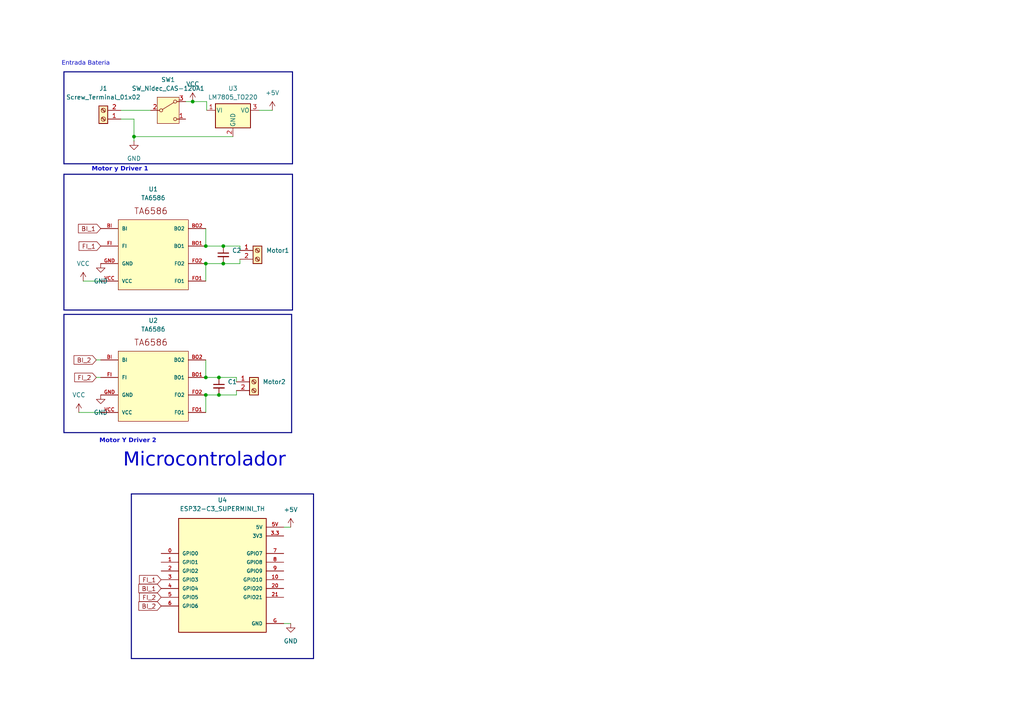
<source format=kicad_sch>
(kicad_sch (version 20250114) (generator "eeschema") (generator_version "9.0")
  (paper "A4")
  (lib_symbols
    (symbol "Connector:Screw_Terminal_01x02" (pin_names (offset 1.016) (hide yes))
      (property "Reference" "J" (at 0 2.54 0))
      (property "Value" "Screw_Terminal_01x02" (at 0 -5.08 0))
      (symbol "Screw_Terminal_01x02_1_1"
        (rectangle (start -1.27 1.27) (end 1.27 -3.81) (stroke (width 0.254)) (fill (type background)))
        (polyline (pts (xy -0.5334 0.3302) (xy 0.3302 -0.508)) (stroke (width 0.1524)))
        (polyline (pts (xy -0.5334 -2.2098) (xy 0.3302 -3.048)) (stroke (width 0.1524)))
        (polyline (pts (xy -0.3556 0.508) (xy 0.508 -0.3302)) (stroke (width 0.1524)))
        (polyline (pts (xy -0.3556 -2.032) (xy 0.508 -2.8702)) (stroke (width 0.1524)))
        (circle (center 0 0) (radius 0.635) (stroke (width 0.1524)))
        (circle (center 0 -2.54) (radius 0.635) (stroke (width 0.1524)))
        (pin passive line (at -5.08 0 0) (length 3.81) (name "Pin_1") (number "1"))
        (pin passive line (at -5.08 -2.54 0) (length 3.81) (name "Pin_2") (number "2"))
      )
    )
    (symbol "Device:C_Small" (pin_numbers (hide yes)) (pin_names (offset 0.254) (hide yes))
      (property "Reference" "C" (at 0.254 1.778 0))
      (property "Value" "C_Small" (at 0.254 -2.032 0))
      (symbol "C_Small_0_1"
        (polyline (pts (xy -1.524 0.508) (xy 1.524 0.508)) (stroke (width 0.3048)))
        (polyline (pts (xy -1.524 -0.508) (xy 1.524 -0.508)) (stroke (width 0.3302)))
      )
      (symbol "C_Small_1_1"
        (pin passive line (at 0 2.54 270) (length 2.032) (name "~") (number "1"))
        (pin passive line (at 0 -2.54 90) (length 2.032) (name "~") (number "2"))
      )
    )
    (symbol "ESP32-C3_SUPERMINI_TH:ESP32-C3_SUPERMINI_TH" (pin_names (offset 1.016))
      (property "Reference" "U" (at -12.7 16.002 0))
      (property "Value" "ESP32-C3_SUPERMINI_TH" (at -12.7 -20.32 0))
      (symbol "ESP32-C3_SUPERMINI_TH_0_0"
        (rectangle (start -12.7 -17.78) (end 12.7 15.24) (stroke (width 0.254)) (fill (type background)))
        (pin bidirectional line (at -17.78 5.08 0) (length 5.08) (name "GPIO0") (number "0"))
        (pin bidirectional line (at -17.78 2.54 0) (length 5.08) (name "GPIO1") (number "1"))
        (pin bidirectional line (at -17.78 0 0) (length 5.08) (name "GPIO2") (number "2"))
        (pin bidirectional line (at -17.78 -2.54 0) (length 5.08) (name "GPIO3") (number "3"))
        (pin bidirectional line (at -17.78 -5.08 0) (length 5.08) (name "GPIO4") (number "4"))
        (pin bidirectional line (at -17.78 -7.62 0) (length 5.08) (name "GPIO5") (number "5"))
        (pin bidirectional line (at -17.78 -10.16 0) (length 5.08) (name "GPIO6") (number "6"))
        (pin power_in line (at 17.78 12.7 180) (length 5.08) (name "5V") (number "5V"))
        (pin power_in line (at 17.78 10.16 180) (length 5.08) (name "3V3") (number "3.3"))
        (pin bidirectional line (at 17.78 5.08 180) (length 5.08) (name "GPIO7") (number "7"))
        (pin bidirectional line (at 17.78 2.54 180) (length 5.08) (name "GPIO8") (number "8"))
        (pin bidirectional line (at 17.78 0 180) (length 5.08) (name "GPIO9") (number "9"))
        (pin bidirectional line (at 17.78 -2.54 180) (length 5.08) (name "GPIO10") (number "10"))
        (pin bidirectional line (at 17.78 -5.08 180) (length 5.08) (name "GPIO20") (number "20"))
        (pin bidirectional line (at 17.78 -7.62 180) (length 5.08) (name "GPIO21") (number "21"))
        (pin power_in line (at 17.78 -15.24 180) (length 5.08) (name "GND") (number "G"))
      )
    )
    (symbol "Regulator_Linear:LM7805_TO220" (pin_names (offset 0.254))
      (property "Reference" "U" (at -3.81 3.175 0))
      (property "Value" "LM7805_TO220" (at 0 3.175 0))
      (symbol "LM7805_TO220_0_1"
        (rectangle (start -5.08 1.905) (end 5.08 -5.08) (stroke (width 0.254)) (fill (type background)))
      )
      (symbol "LM7805_TO220_1_1"
        (pin power_in line (at -7.62 0 0) (length 2.54) (name "VI") (number "1"))
        (pin power_in line (at 0 -7.62 90) (length 2.54) (name "GND") (number "2"))
        (pin power_out line (at 7.62 0 180) (length 2.54) (name "VO") (number "3"))
      )
    )
    (symbol "Switch:SW_Nidec_CAS-120A1" (pin_names (offset 1) (hide yes))
      (property "Reference" "SW" (at 0 4.318 0))
      (property "Value" "SW_Nidec_CAS-120A1" (at 0 -5.08 0))
      (symbol "SW_Nidec_CAS-120A1_0_1"
        (circle (center -2.032 0) (radius 0.4572))
        (polyline (pts (xy -1.651 0.254) (xy 1.651 2.286)))
        (circle (center 2.032 2.54) (radius 0.4572))
        (circle (center 2.032 -2.54) (radius 0.4572))
      )
      (symbol "SW_Nidec_CAS-120A1_1_1"
        (rectangle (start -3.175 3.81) (end 3.175 -3.81) (fill (type background)))
        (pin passive line (at -5.08 0 0) (length 2.54) (name "B") (number "2"))
        (pin passive line (at 5.08 2.54 180) (length 2.54) (name "A") (number "3"))
        (pin passive line (at 5.08 -2.54 180) (length 2.54) (name "C") (number "1"))
      )
    )
    (symbol "TA6586:TA6586" (pin_names (offset 1.016))
      (property "Reference" "U" (at 0 0 0))
      (property "Value" "TA6586" (at 0 0 0))
      (symbol "TA6586_0_0"
        (rectangle (start -10.16 -10.16) (end 10.16 10.16) (stroke (width 0.1524)) (fill (type background)))
        (text "TA6586 " (at 0 12.7 0) (effects (font (size 1.778 1.778))))
        (pin bidirectional line (at -15.24 7.62 0) (length 5.08) (name "BI") (number "BI"))
        (pin bidirectional line (at -15.24 2.54 0) (length 5.08) (name "FI") (number "FI"))
        (pin bidirectional line (at -15.24 -2.54 0) (length 5.08) (name "GND") (number "GND"))
        (pin bidirectional line (at -15.24 -7.62 0) (length 5.08) (name "VCC") (number "VCC"))
        (pin bidirectional line (at 15.24 7.62 180) (length 5.08) (name "BO2") (number "BO2"))
        (pin bidirectional line (at 15.24 2.54 180) (length 5.08) (name "BO1") (number "BO1"))
        (pin bidirectional line (at 15.24 -2.54 180) (length 5.08) (name "FO2") (number "FO2"))
        (pin bidirectional line (at 15.24 -7.62 180) (length 5.08) (name "FO1") (number "FO1"))
      )
    )
    (symbol "power:+5V" (power) (pin_numbers (hide yes)) (pin_names (offset 0) (hide yes))
      (property "Value" "+5V" (at 0 3.556 0))
      (symbol "+5V_0_1"
        (polyline (pts (xy -0.762 1.27) (xy 0 2.54)))
        (polyline (pts (xy 0 2.54) (xy 0.762 1.27)))
        (polyline (pts (xy 0 0) (xy 0 2.54)))
      )
      (symbol "+5V_1_1"
        (pin power_in line (at 0 0 90) (length 0) (name "~") (number "1"))
      )
    )
    (symbol "power:GND" (power) (pin_numbers (hide yes)) (pin_names (offset 0) (hide yes))
      (property "Value" "GND" (at 0 -3.81 0))
      (symbol "GND_0_1"
        (polyline (pts (xy 0 0) (xy 0 -1.27) (xy 1.27 -1.27) (xy 0 -2.54) (xy -1.27 -1.27) (xy 0 -1.27)))
      )
      (symbol "GND_1_1"
        (pin power_in line (at 0 0 270) (length 0) (name "~") (number "1"))
      )
    )
    (symbol "power:VCC" (power) (pin_numbers (hide yes)) (pin_names (offset 0) (hide yes))
      (property "Value" "VCC" (at 0 3.556 0))
      (symbol "VCC_0_1"
        (polyline (pts (xy -0.762 1.27) (xy 0 2.54)))
        (polyline (pts (xy 0 2.54) (xy 0.762 1.27)))
        (polyline (pts (xy 0 0) (xy 0 2.54)))
      )
      (symbol "VCC_1_1"
        (pin power_in line (at 0 0 90) (length 0) (name "~") (number "1"))
      )
    )
  )
  (text "Motor Y Driver 2" (at 37.084 128.27 0) (effects (font (size 1.27 1.27) (thickness 0.254) (bold yes))))
  (text "Motor y Driver 1\n\n" (at 34.798 50.546 0) (effects (font (size 1.27 1.27) (thickness 0.254) (bold yes))))
  (text "Microcontrolador " (at 60.198 134.62 0) (effects (font (size 4 4))))
  (text "Entrada Bateria " (at 25.146 18.796 0) (effects (font (size 1.27 1.27))))
  (junction (at 55.88 29.464))
  (junction (at 59.69 114.554))
  (junction (at 64.77 71.374))
  (junction (at 63.5 109.474))
  (junction (at 59.69 109.474))
  (junction (at 63.5 114.554))
  (junction (at 38.862 39.624))
  (junction (at 64.77 76.454))
  (junction (at 59.69 71.374))
  (junction (at 59.69 76.454))
  (wire (pts (xy 69.596 72.644) (xy 69.596 71.374)))
  (wire (pts (xy 59.69 114.554) (xy 59.69 119.634)))
  (bus (pts (xy 90.932 191.008) (xy 38.1 191.008)))
  (bus (pts (xy 38.1 143.256) (xy 90.932 143.256)))
  (wire (pts (xy 59.69 104.394) (xy 59.69 109.474)))
  (wire (pts (xy 35.052 32.004) (xy 43.688 32.004)))
  (wire (pts (xy 38.862 34.544) (xy 38.862 39.624)))
  (wire (pts (xy 38.862 39.624) (xy 38.862 40.894)))
  (bus (pts (xy 90.932 143.256) (xy 90.932 191.008)))
  (wire (pts (xy 59.69 66.294) (xy 59.69 71.374)))
  (bus (pts (xy 84.582 91.186) (xy 84.582 125.476)))
  (bus (pts (xy 18.542 50.546) (xy 18.542 89.916)))
  (bus (pts (xy 84.836 89.916) (xy 18.542 89.916)))
  (bus (pts (xy 84.836 20.828) (xy 84.836 47.498)))
  (wire (pts (xy 55.88 29.464) (xy 53.848 29.464)))
  (wire (pts (xy 24.13 81.534) (xy 29.21 81.534)))
  (bus (pts (xy 18.542 125.476) (xy 18.542 91.186)))
  (bus (pts (xy 18.542 50.546) (xy 84.836 50.546)))
  (wire (pts (xy 38.862 34.544) (xy 35.052 34.544)))
  (wire (pts (xy 59.944 29.464) (xy 59.944 32.004)))
  (bus (pts (xy 84.582 125.476) (xy 18.542 125.476)))
  (wire (pts (xy 59.69 76.454) (xy 59.69 81.534)))
  (wire (pts (xy 59.69 71.374) (xy 64.77 71.374)))
  (wire (pts (xy 84.328 152.908) (xy 82.296 152.908)))
  (wire (pts (xy 38.862 39.624) (xy 67.564 39.624)))
  (wire (pts (xy 69.596 75.184) (xy 69.596 76.454)))
  (wire (pts (xy 68.58 114.554) (xy 68.58 113.284)))
  (wire (pts (xy 59.69 76.454) (xy 64.77 76.454)))
  (wire (pts (xy 75.184 32.004) (xy 78.994 32.004)))
  (wire (pts (xy 29.21 104.394) (xy 27.94 104.394)))
  (wire (pts (xy 63.5 114.554) (xy 68.58 114.554)))
  (wire (pts (xy 55.88 29.464) (xy 59.944 29.464)))
  (wire (pts (xy 59.69 114.554) (xy 63.5 114.554)))
  (wire (pts (xy 22.86 119.634) (xy 29.21 119.634)))
  (bus (pts (xy 18.542 20.828) (xy 18.542 47.498)))
  (bus (pts (xy 84.836 50.546) (xy 84.836 89.916)))
  (bus (pts (xy 18.542 20.828) (xy 84.836 20.828)))
  (bus (pts (xy 18.542 91.186) (xy 84.582 91.186)))
  (wire (pts (xy 64.77 71.374) (xy 69.596 71.374)))
  (wire (pts (xy 27.94 109.474) (xy 29.21 109.474)))
  (wire (pts (xy 68.58 109.474) (xy 68.58 110.744)))
  (wire (pts (xy 64.77 76.454) (xy 69.596 76.454)))
  (wire (pts (xy 59.69 109.474) (xy 63.5 109.474)))
  (wire (pts (xy 84.328 180.848) (xy 82.296 180.848)))
  (bus (pts (xy 84.836 47.498) (xy 18.542 47.498)))
  (bus (pts (xy 38.1 143.256) (xy 38.1 191.008)))
  (wire (pts (xy 63.5 109.474) (xy 68.58 109.474)))
  (global_label "FI_2" (shape input) (at 46.736 173.228 180) (property "Intersheetrefs" "${INTERSHEET_REFS}" (effects (hide yes))))
  (global_label "BI_2" (shape input) (at 46.736 175.768 180) (property "Intersheetrefs" "${INTERSHEET_REFS}" (effects (hide yes))))
  (global_label "FI_1" (shape input) (at 46.736 168.148 180) (property "Intersheetrefs" "${INTERSHEET_REFS}" (effects (hide yes))))
  (global_label "BI_1" (shape input) (at 29.21 66.294 180) (property "Intersheetrefs" "${INTERSHEET_REFS}" (effects (hide yes))))
  (global_label "BI_1" (shape input) (at 46.736 170.688 180) (property "Intersheetrefs" "${INTERSHEET_REFS}" (effects (hide yes))))
  (global_label "FI_1" (shape input) (at 29.21 71.374 180) (property "Intersheetrefs" "${INTERSHEET_REFS}" (effects (hide yes))))
  (global_label "FI_2" (shape input) (at 27.94 109.474 180) (property "Intersheetrefs" "${INTERSHEET_REFS}" (effects (hide yes))))
  (global_label "BI_2" (shape input) (at 27.94 104.394 180) (property "Intersheetrefs" "${INTERSHEET_REFS}" (effects (hide yes))))
  (symbol (lib_id "Connector:Screw_Terminal_01x02") (at 29.972 34.544 180) (unit 1)
    (property "Reference" "J1" (at 29.972 25.654 0))
    (property "Value" "Screw_Terminal_01x02" (at 29.972 28.194 0))
    (property "Footprint" "TerminalBlock:TerminalBlock_bornier-2_P5.08mm" (effects (hide yes)))
    (property "Description" "Generic screw terminal, single row, 01x02, script generated (kicad-library-utils/schlib/autogen/connector/)" (effects (hide yes)))
  )
  (symbol (lib_id "power:VCC") (at 22.86 119.634 0) (unit 1)
    (property "Reference" "#PWR02" (effects (hide yes)))
    (property "Value" "VCC" (at 22.86 114.554 0))
    (property "Description" "Power symbol creates a global label with name \"VCC\"" (effects (hide yes)))
  )
  (symbol (lib_id "power:+5V") (at 84.328 152.908 0) (unit 1)
    (property "Reference" "#PWR08" (effects (hide yes)))
    (property "Value" "+5V" (at 84.328 147.828 0))
    (property "Description" "Power symbol creates a global label with name \"+5V\"" (effects (hide yes)))
  )
  (symbol (lib_id "Device:C_Small") (at 63.5 112.014 0) (unit 1)
    (property "Reference" "C1" (at 66.04 110.7502 0) (effects (justify left)))
    (property "Value" "C_Small" (effects (hide yes)))
    (property "Footprint" "Capacitor_THT:C_Disc_D4.3mm_W1.9mm_P5.00mm" (effects (hide yes)))
    (property "Description" "Unpolarized capacitor, small symbol" (effects (hide yes)))
  )
  (symbol (lib_id "power:+5V") (at 78.994 32.004 0) (unit 1)
    (property "Reference" "#PWR07" (effects (hide yes)))
    (property "Value" "+5V" (at 78.994 26.924 0))
    (property "Description" "Power symbol creates a global label with name \"+5V\"" (effects (hide yes)))
  )
  (symbol (lib_id "power:GND") (at 84.328 180.848 0) (unit 1)
    (property "Reference" "#PWR09" (effects (hide yes)))
    (property "Value" "GND" (at 84.328 185.928 0))
    (property "Description" "Power symbol creates a global label with name \"GND\" , ground" (effects (hide yes)))
  )
  (symbol (lib_id "power:VCC") (at 55.88 29.464 0) (mirror y) (unit 1)
    (property "Reference" "#PWR010" (effects (hide yes)))
    (property "Value" "VCC" (at 55.88 24.384 0))
    (property "Description" "Power symbol creates a global label with name \"VCC\"" (effects (hide yes)))
  )
  (symbol (lib_id "power:GND") (at 29.21 76.454 0) (unit 1)
    (property "Reference" "#PWR03" (effects (hide yes)))
    (property "Value" "GND" (at 29.21 81.534 0))
    (property "Description" "Power symbol creates a global label with name \"GND\" , ground" (effects (hide yes)))
  )
  (symbol (lib_id "power:GND") (at 38.862 40.894 0) (unit 1)
    (property "Reference" "#PWR06" (effects (hide yes)))
    (property "Value" "GND" (at 38.862 45.974 0))
    (property "Description" "Power symbol creates a global label with name \"GND\" , ground" (effects (hide yes)))
  )
  (symbol (lib_id "Connector:Screw_Terminal_01x02") (at 74.676 72.644 0) (unit 1)
    (property "Reference" "Motor1" (at 77.216 72.6439 0) (effects (justify left)))
    (property "Value" "Screw_Terminal_01x02" (effects (hide yes)))
    (property "Footprint" "TerminalBlock:TerminalBlock_bornier-2_P5.08mm" (effects (hide yes)))
    (property "Description" "Generic screw terminal, single row, 01x02, script generated (kicad-library-utils/schlib/autogen/connector/)" (effects (hide yes)))
  )
  (symbol (lib_id "TA6586:TA6586") (at 44.45 73.914 0) (unit 1)
    (property "Reference" "U1" (at 44.45 54.864 0))
    (property "Value" "TA6586" (at 44.45 57.404 0))
    (property "Footprint" "TA6586 (2):TA6586-FOOTPRINT" (effects (hide yes)))
    (property "MF" "Wuxi" (effects (hide yes)))
    (property "Description_1" "\n                        \n                            DC Bidirectional motor driving circuit\n                        \n" (effects (hide yes)))
    (property "Package" "Package" (effects (hide yes)))
    (property "Price" "None" (effects (hide yes)))
    (property "SnapEDA_Link" "https://www.snapeda.com/parts/TA6586/Wuxi/view-part/?ref=snap" (effects (hide yes)))
    (property "MP" "TA6586" (effects (hide yes)))
    (property "Availability" "Not in stock" (effects (hide yes)))
    (property "Check_prices" "https://www.snapeda.com/parts/TA6586/Wuxi/view-part/?ref=eda" (effects (hide yes)))
  )
  (symbol (lib_id "Regulator_Linear:LM7805_TO220") (at 67.564 32.004 0) (unit 1)
    (property "Reference" "U3" (at 67.564 25.654 0))
    (property "Value" "LM7805_TO220" (at 67.564 28.194 0))
    (property "Footprint" "Package_TO_SOT_THT:TO-220-3_Vertical" (effects (hide yes)))
    (property "Datasheet" "https://www.onsemi.cn/PowerSolutions/document/MC7800-D.PDF" (effects (hide yes)))
    (property "Description" "Positive 1A 35V Linear Regulator, Fixed Output 5V, TO-220" (effects (hide yes)))
  )
  (symbol (lib_id "power:VCC") (at 24.13 81.534 0) (unit 1)
    (property "Reference" "#PWR01" (effects (hide yes)))
    (property "Value" "VCC" (at 24.13 76.454 0))
    (property "Description" "Power symbol creates a global label with name \"VCC\"" (effects (hide yes)))
  )
  (symbol (lib_id "Connector:Screw_Terminal_01x02") (at 73.66 110.744 0) (unit 1)
    (property "Reference" "Motor2" (at 76.2 110.7439 0) (effects (justify left)))
    (property "Value" "Screw_Terminal_01x02" (effects (hide yes)))
    (property "Footprint" "TerminalBlock:TerminalBlock_bornier-2_P5.08mm" (effects (hide yes)))
    (property "Description" "Generic screw terminal, single row, 01x02, script generated (kicad-library-utils/schlib/autogen/connector/)" (effects (hide yes)))
  )
  (symbol (lib_id "Switch:SW_Nidec_CAS-120A1") (at 48.768 32.004 0) (unit 1)
    (property "Reference" "SW1" (at 48.768 23.114 0))
    (property "Value" "SW_Nidec_CAS-120A1" (at 48.768 25.654 0))
    (property "Footprint" "TerminalBlock:TerminalBlock_Xinya_XY308-2.54-3P_1x03_P2.54mm_Horizontal" (effects (hide yes)))
    (property "Datasheet" "https://www.nidec-components.com/e/catalog/switch/cas.pdf" (effects (hide yes)))
    (property "Description" "Switch, single pole double throw" (effects (hide yes)))
  )
  (symbol (lib_id "ESP32-C3_SUPERMINI_TH:ESP32-C3_SUPERMINI_TH") (at 64.516 165.608 0) (unit 1)
    (property "Reference" "U4" (at 64.516 145.034 0))
    (property "Value" "ESP32-C3_SUPERMINI_TH" (at 64.516 147.574 0))
    (property "Footprint" "ESP32-C3_SUPERMINI_TH (1):MODULE_ESP32-C3_SUPERMINI" (effects (hide yes)))
    (property "MF" "Espressif Systems" (effects (hide yes)))
    (property "MAXIMUM_PACKAGE_HEIGHT" "4.2mm" (effects (hide yes)))
    (property "Package" "Connector" (effects (hide yes)))
    (property "Price" "None" (effects (hide yes)))
    (property "Check_prices" "https://www.snapeda.com/parts/ESP32-C3%20SuperMini_TH/Espressif+Systems/view-part/?ref=eda" (effects (hide yes)))
    (property "STANDARD" "Manufacturer Recommendations" (effects (hide yes)))
    (property "SnapEDA_Link" "https://www.snapeda.com/parts/ESP32-C3%20SuperMini_TH/Espressif+Systems/view-part/?ref=snap" (effects (hide yes)))
    (property "MP" "ESP32-C3 SuperMini_TH" (effects (hide yes)))
    (property "Description_1" "Super tiny ESP32-C3 board" (effects (hide yes)))
    (property "Availability" "Not in stock" (effects (hide yes)))
    (property "MANUFACTURER" "Espressif" (effects (hide yes)))
  )
  (symbol (lib_id "power:GND") (at 29.21 114.554 0) (unit 1)
    (property "Reference" "#PWR04" (effects (hide yes)))
    (property "Value" "GND" (at 29.21 119.634 0))
    (property "Description" "Power symbol creates a global label with name \"GND\" , ground" (effects (hide yes)))
  )
  (symbol (lib_id "TA6586:TA6586") (at 44.45 112.014 0) (unit 1)
    (property "Reference" "U2" (at 44.45 92.964 0))
    (property "Value" "TA6586" (at 44.45 95.504 0))
    (property "Footprint" "TA6586 (2):TA6586-FOOTPRINT" (effects (hide yes)))
    (property "MF" "Wuxi" (effects (hide yes)))
    (property "Description_1" "\n                        \n                            DC Bidirectional motor driving circuit\n                        \n" (effects (hide yes)))
    (property "Package" "Package" (effects (hide yes)))
    (property "Price" "None" (effects (hide yes)))
    (property "SnapEDA_Link" "https://www.snapeda.com/parts/TA6586/Wuxi/view-part/?ref=snap" (effects (hide yes)))
    (property "MP" "TA6586" (effects (hide yes)))
    (property "Availability" "Not in stock" (effects (hide yes)))
    (property "Check_prices" "https://www.snapeda.com/parts/TA6586/Wuxi/view-part/?ref=eda" (effects (hide yes)))
  )
  (symbol (lib_id "Device:C_Small") (at 64.77 73.914 0) (unit 1)
    (property "Reference" "C2" (at 67.31 72.6502 0) (effects (justify left)))
    (property "Value" "C_Small" (effects (hide yes)))
    (property "Footprint" "Capacitor_THT:C_Disc_D4.3mm_W1.9mm_P5.00mm" (effects (hide yes)))
    (property "Description" "Unpolarized capacitor, small symbol" (effects (hide yes)))
  )
)
</source>
